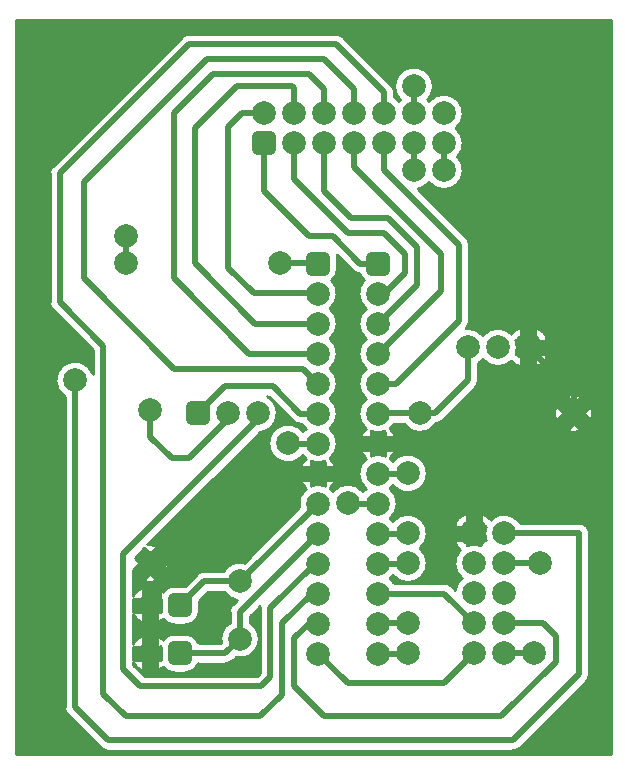
<source format=gbr>
G04 Generated by Ultiboard 14.0 *
%FSLAX34Y34*%
%MOMM*%

%ADD10C,0.0001*%
%ADD11C,0.2540*%
%ADD12C,0.5000*%
%ADD13C,2.0000*%
%ADD14R,1.0051X1.0051*%
%ADD15C,0.9949*%


G04 ColorRGB 0000FF for the following layer *
%LNCopper Bottom*%
%LPD*%
G54D10*
G36*
X232360Y371971D02*
X232360Y371971D01*
X232360Y993700D01*
X735386Y993700D01*
X735386Y371971D01*
X232360Y371971D01*
D02*
G37*
%LPC*%
G36*
X652774Y374728D02*
G75*
D01*
G03X654326Y374864I10J8812*
G01*
G74*
D01*
G03X659019Y377317I1547J8675*
G01*
X659019Y377317D01*
X714883Y433181D01*
G75*
D01*
G03X717472Y439420I-6222J6239*
G01*
X717472Y439420D01*
X717472Y558800D01*
G74*
D01*
G03X708660Y567612I8812J0*
G01*
X708660Y567612D01*
X658837Y567612D01*
G75*
D01*
G03X633882Y570527I-13677J-8810*
G01*
G74*
D01*
G03X625549Y575099I9097J6701*
G01*
X625549Y575099D01*
X625549Y564589D01*
X629955Y564589D01*
G75*
D01*
G03X629955Y553011I15204J-5789*
G01*
X629955Y553011D01*
X625549Y553011D01*
X625549Y548605D01*
G75*
D01*
G03X613971Y548605I-5789J-15204*
G01*
X613971Y548605D01*
X613971Y553011D01*
X603461Y553011D01*
G74*
D01*
G03X608033Y544678I11273J764*
G01*
G75*
D01*
G03X609590Y520700I11727J-11278*
G01*
G74*
D01*
G03X603778Y511045I10171J12699*
G01*
X603778Y511045D01*
X600759Y514063D01*
G74*
D01*
G03X594520Y516652I6239J6222*
G01*
X594520Y516652D01*
X552157Y516652D01*
G74*
D01*
G03X548650Y520540I13677J8811*
G01*
G74*
D01*
G03X551244Y523151I10171J12699*
G01*
G75*
D01*
G03X574050Y546100I12629J10256*
G01*
G75*
D01*
G03X551116Y568889I-10170J12700*
G01*
G74*
D01*
G03X548650Y571340I12636J10247*
G01*
G75*
D01*
G03X548650Y596740I-10170J12700*
G01*
G74*
D01*
G03X551244Y599351I10171J12699*
G01*
G75*
D01*
G03X551116Y619689I12635J10249*
G01*
G74*
D01*
G03X548650Y622140I12636J10247*
G01*
G74*
D01*
G03X553693Y629071I10170J12700*
G01*
X553693Y629071D01*
X544250Y629071D01*
X544250Y624653D01*
G75*
D01*
G03X532711Y624653I-5769J-15213*
G01*
X532711Y624653D01*
X532711Y629071D01*
X523267Y629071D01*
G74*
D01*
G03X528310Y622140I15213J5769*
G01*
G75*
D01*
G03X528310Y596740I10170J-12700*
G01*
G74*
D01*
G03X525844Y594289I10171J12699*
G01*
G75*
D01*
G03X500316Y594289I-12764J-10088*
G01*
G74*
D01*
G03X497850Y596740I12636J10247*
G01*
G74*
D01*
G03X502893Y603671I10170J12700*
G01*
X502893Y603671D01*
X493450Y603671D01*
X493450Y599253D01*
G75*
D01*
G03X481911Y599253I-5769J-15213*
G01*
X481911Y599253D01*
X481911Y603671D01*
X472467Y603671D01*
G74*
D01*
G03X477510Y596740I15213J5769*
G01*
G75*
D01*
G03X471750Y580732I10170J-12700*
G01*
X471750Y580732D01*
X425080Y534062D01*
G75*
D01*
G03X407963Y526972I-3441J-15901*
G01*
X407963Y526972D01*
X391160Y526972D01*
G75*
D01*
G03X389285Y526771I-4J-8812*
G01*
G74*
D01*
G03X384929Y524391I1876J8610*
G01*
X384929Y524391D01*
X374702Y514164D01*
X365815Y514164D01*
G75*
D01*
G03X356718Y509567I0J-11299*
G01*
G74*
D01*
G03X351210Y513053I11279J11726*
G01*
X351210Y513053D01*
X351210Y503610D01*
X354540Y503610D01*
G74*
D01*
G03X354516Y502865I11275J736*
G01*
X354516Y502865D01*
X354516Y492815D01*
G75*
D01*
G03X354540Y492071I11299J-8*
G01*
X354540Y492071D01*
X351210Y492071D01*
X351210Y482627D01*
G74*
D01*
G03X356718Y486113I5771J15212*
G01*
G75*
D01*
G03X365815Y481516I9097J6702*
G01*
X365815Y481516D01*
X375865Y481516D01*
G75*
D01*
G03X387164Y492815I0J11299*
G01*
X387164Y492815D01*
X387164Y501702D01*
X394810Y509348D01*
X407963Y509348D01*
G74*
D01*
G03X418730Y502152I13677J8811*
G01*
X418730Y502152D01*
X415409Y498831D01*
G75*
D01*
G03X412828Y492588I6230J-6231*
G01*
X412828Y492588D01*
X412828Y483153D01*
G75*
D01*
G03X405738Y466037I8811J-13676*
G01*
X405738Y466037D01*
X405713Y466012D01*
X386511Y466012D01*
G74*
D01*
G03X375865Y473524I10645J3787*
G01*
X375865Y473524D01*
X365815Y473524D01*
G75*
D01*
G03X356718Y468927I0J-11299*
G01*
G74*
D01*
G03X351210Y472413I11279J11726*
G01*
X351210Y472413D01*
X351210Y462970D01*
X354540Y462970D01*
G74*
D01*
G03X354516Y462225I11275J736*
G01*
X354516Y462225D01*
X354516Y452175D01*
G75*
D01*
G03X354540Y451431I11299J-8*
G01*
X354540Y451431D01*
X351210Y451431D01*
X351210Y441987D01*
G74*
D01*
G03X356718Y445473I5771J15212*
G01*
G75*
D01*
G03X365815Y440876I9097J6702*
G01*
X365815Y440876D01*
X375865Y440876D01*
G74*
D01*
G03X386511Y448388I1J11299*
G01*
X386511Y448388D01*
X409361Y448388D01*
G75*
D01*
G03X409643Y448392I16J8812*
G01*
G74*
D01*
G03X415603Y450977I279J8808*
G01*
X415603Y450977D01*
X418200Y453574D01*
G75*
D01*
G03X430452Y483153I3439J15902*
G01*
X430452Y483153D01*
X430452Y488950D01*
X438368Y496865D01*
G75*
D01*
G03X438228Y495283I8672J-1565*
G01*
X438228Y495283D01*
X438228Y440530D01*
X435770Y438072D01*
X341034Y438072D01*
X331392Y447714D01*
X331392Y448992D01*
G74*
D01*
G03X339671Y441987I14048J8208*
G01*
X339671Y441987D01*
X339671Y451431D01*
X331392Y451431D01*
X331392Y462970D01*
X339671Y462970D01*
X339671Y472413D01*
G74*
D01*
G03X331392Y465408I5769J15213*
G01*
X331392Y465408D01*
X331392Y489632D01*
G74*
D01*
G03X339671Y482627I14048J8208*
G01*
X339671Y482627D01*
X339671Y492071D01*
X331392Y492071D01*
X331392Y503610D01*
X339671Y503610D01*
X339671Y513053D01*
G74*
D01*
G03X331392Y506048I5769J15213*
G01*
X331392Y506048D01*
X331392Y527512D01*
X337281Y533400D01*
X332352Y538329D01*
X340511Y546488D01*
X345440Y541559D01*
X352117Y548237D01*
G75*
D01*
G03X343587Y549564I-6676J-14837*
G01*
X343587Y549564D01*
X393393Y599370D01*
X438207Y644184D01*
G75*
D01*
G03X445088Y674448I-1326J16216*
G01*
X445088Y674448D01*
X445930Y674448D01*
X459759Y660618D01*
X466369Y654009D01*
G75*
D01*
G03X472605Y651428I6231J6230*
G01*
X472605Y651428D01*
X474003Y651428D01*
G74*
D01*
G03X477510Y647540I13677J8811*
G01*
G74*
D01*
G03X475044Y645089I10171J12699*
G01*
G75*
D01*
G03X474916Y624751I-12763J-10089*
G01*
G74*
D01*
G03X477510Y622140I12764J10087*
G01*
G74*
D01*
G03X472467Y615210I10169J12700*
G01*
X472467Y615210D01*
X481911Y615210D01*
X481911Y619627D01*
G75*
D01*
G03X493450Y619627I5770J15213*
G01*
X493450Y619627D01*
X493450Y615210D01*
X502893Y615210D01*
G74*
D01*
G03X497850Y622140I15212J5770*
G01*
G75*
D01*
G03X497850Y647540I-10170J12700*
G01*
G75*
D01*
G03X497850Y672940I-10170J12700*
G01*
G75*
D01*
G03X497850Y698340I-10170J12700*
G01*
G75*
D01*
G03X497850Y723740I-10170J12700*
G01*
G75*
D01*
G03X497850Y749140I-10170J12700*
G01*
G75*
D01*
G03X499407Y773118I-10170J12700*
G01*
G75*
D01*
G03X504004Y782215I-6702J9097*
G01*
X504004Y782215D01*
X504004Y792265D01*
G74*
D01*
G03X503807Y794371I11299J5*
G01*
X503807Y794371D01*
X517169Y781009D01*
G74*
D01*
G03X522802Y778448I6231J6230*
G01*
G74*
D01*
G03X526753Y773118I10653J3767*
G01*
G75*
D01*
G03X528310Y749140I11727J-11278*
G01*
G75*
D01*
G03X528310Y723740I10170J-12700*
G01*
G75*
D01*
G03X528310Y698340I10170J-12700*
G01*
G75*
D01*
G03X528310Y672940I10170J-12700*
G01*
G75*
D01*
G03X528310Y647540I10170J-12700*
G01*
G74*
D01*
G03X523267Y640610I10169J12700*
G01*
X523267Y640610D01*
X532711Y640610D01*
X532711Y645027D01*
G75*
D01*
G03X544250Y645027I5770J15213*
G01*
X544250Y645027D01*
X544250Y640610D01*
X553693Y640610D01*
G74*
D01*
G03X548650Y647540I15212J5770*
G01*
G74*
D01*
G03X552259Y651588I10170J12700*
G01*
X552259Y651588D01*
X560363Y651588D01*
G75*
D01*
G03X587754Y651646I13677J8810*
G01*
G74*
D01*
G03X592979Y654177I1015J8753*
G01*
X592979Y654177D01*
X620903Y682101D01*
G75*
D01*
G03X623492Y688340I-6222J6239*
G01*
X623492Y688340D01*
X623492Y702603D01*
G74*
D01*
G03X627380Y706110I8811J13677*
G01*
G75*
D01*
G03X651358Y704553I12700J10170*
G01*
G74*
D01*
G03X659691Y699981I9097J6701*
G01*
X659691Y699981D01*
X659691Y710491D01*
X655285Y710491D01*
G75*
D01*
G03X655285Y722069I-15204J5789*
G01*
X655285Y722069D01*
X659691Y722069D01*
X659691Y732579D01*
G74*
D01*
G03X651358Y728007I764J11273*
G01*
G75*
D01*
G03X627380Y726450I-11278J-11727*
G01*
G75*
D01*
G03X613006Y732464I-12700J-10170*
G01*
X613006Y732464D01*
X613283Y732741D01*
G75*
D01*
G03X615872Y738980I-6222J6239*
G01*
X615872Y738980D01*
X615872Y803144D01*
G74*
D01*
G03X613283Y809383I8812J0*
G01*
X613283Y809383D01*
X583296Y839370D01*
X572423Y850243D01*
G74*
D01*
G03X581660Y855970I3462J15896*
G01*
G75*
D01*
G03X605939Y877570I12698J10172*
G01*
G75*
D01*
G03X604530Y901700I-11579J11430*
G01*
G75*
D01*
G03X581660Y924570I-10171J12699*
G01*
G74*
D01*
G03X580539Y925830I12700J10170*
G01*
G75*
D01*
G03X557381Y925830I-11579J11430*
G01*
G74*
D01*
G03X556260Y924570I11579J11430*
G01*
G74*
D01*
G03X552372Y928077I12699J10170*
G01*
X552372Y928077D01*
X552372Y932180D01*
G74*
D01*
G03X549783Y938419I8812J0*
G01*
X549783Y938419D01*
X509159Y979043D01*
G74*
D01*
G03X503170Y981629I6239J6221*
G01*
G75*
D01*
G03X502918Y981632I-231J-8809*
G01*
X502918Y981632D01*
X378460Y981632D01*
G75*
D01*
G03X377090Y981525I-1J-8812*
G01*
G74*
D01*
G03X372229Y979051I1370J8705*
G01*
X372229Y979051D01*
X263009Y869831D01*
G75*
D01*
G03X260428Y863584I6230J-6231*
G01*
X260428Y863584D01*
X260428Y754392D01*
G75*
D01*
G03X263009Y748149I8812J-12*
G01*
X263009Y748149D01*
X297258Y713900D01*
X297258Y693825D01*
G75*
D01*
G03X273128Y674663I-15317J-5485*
G01*
X273128Y674663D01*
X273128Y411496D01*
G75*
D01*
G03X275709Y405249I8812J-16*
G01*
X275709Y405249D01*
X303649Y377309D01*
G74*
D01*
G03X308178Y374894I6230J6230*
G01*
G75*
D01*
G03X309880Y374728I1702J8645*
G01*
X309880Y374728D01*
X652774Y374728D01*
D02*
G37*
G36*
X699759Y657817D02*
G75*
D01*
G03X699759Y657817I4281J2583*
G01*
D02*
G37*
G36*
X697363Y645563D02*
G75*
D01*
G03X710717Y645563I6677J14837*
G01*
X710717Y645563D01*
X704040Y652241D01*
X699796Y647996D01*
X699759Y647960D01*
X697363Y645563D01*
D02*
G37*
G36*
X697363Y675237D02*
X697363Y675237D01*
X704040Y668559D01*
X710717Y675237D01*
G75*
D01*
G03X697363Y675237I-6677J-14837*
G01*
D02*
G37*
G36*
X718877Y667077D02*
X718877Y667077D01*
X712199Y660400D01*
X718877Y653723D01*
G75*
D01*
G03X718877Y667077I-14837J6677*
G01*
D02*
G37*
G36*
X613971Y575099D02*
G74*
D01*
G03X603461Y564589I763J11273*
G01*
X603461Y564589D01*
X613971Y564589D01*
X613971Y575099D01*
D02*
G37*
G36*
X614760Y558800D02*
G75*
D01*
G03X614760Y558800I5000J0*
G01*
D02*
G37*
G36*
X340440Y457200D02*
G75*
D01*
G03X340440Y457200I5000J0*
G01*
D02*
G37*
G36*
X340440Y497840D02*
G75*
D01*
G03X340440Y497840I5000J0*
G01*
D02*
G37*
G36*
X352117Y518563D02*
X352117Y518563D01*
X345440Y525241D01*
X338763Y518563D01*
G75*
D01*
G03X352117Y518563I6677J14837*
G01*
D02*
G37*
G36*
X360277Y540077D02*
X360277Y540077D01*
X353599Y533400D01*
X360277Y526723D01*
G75*
D01*
G03X360277Y540077I-14837J6677*
G01*
D02*
G37*
G36*
X340440Y533400D02*
G75*
D01*
G03X340440Y533400I5000J0*
G01*
D02*
G37*
G36*
X681779Y722069D02*
G74*
D01*
G03X671269Y732579I11273J763*
G01*
X671269Y732579D01*
X671269Y722069D01*
X681779Y722069D01*
D02*
G37*
G36*
X660480Y716280D02*
G75*
D01*
G03X660480Y716280I5000J0*
G01*
D02*
G37*
G36*
X671269Y699981D02*
G74*
D01*
G03X681779Y710491I763J11273*
G01*
X681779Y710491D01*
X671269Y710491D01*
X671269Y699981D01*
D02*
G37*
G36*
X689203Y667077D02*
G75*
D01*
G03X689203Y653723I14837J-6677*
G01*
X689203Y653723D01*
X695881Y660400D01*
X689203Y667077D01*
D02*
G37*
G36*
X533480Y634840D02*
G75*
D01*
G03X533480Y634840I5000J0*
G01*
D02*
G37*
G36*
X482680Y609440D02*
G75*
D01*
G03X482680Y609440I5000J0*
G01*
D02*
G37*
%LPD*%
G54D11*
X652774Y374728D02*
G75*
D01*
G03X654326Y374864I10J8812*
G01*
G74*
D01*
G03X659019Y377317I1547J8675*
G01*
X714883Y433181D01*
G75*
D01*
G03X717472Y439420I-6222J6239*
G01*
X717472Y558800D01*
G74*
D01*
G03X708660Y567612I8812J0*
G01*
X658837Y567612D01*
G75*
D01*
G03X633882Y570527I-13677J-8810*
G01*
G74*
D01*
G03X625549Y575099I9097J6701*
G01*
X625549Y564589D01*
X629955Y564589D01*
G75*
D01*
G03X629955Y553011I15204J-5789*
G01*
X625549Y553011D01*
X625549Y548605D01*
G75*
D01*
G03X613971Y548605I-5789J-15204*
G01*
X613971Y553011D01*
X603461Y553011D01*
G74*
D01*
G03X608033Y544678I11273J764*
G01*
G75*
D01*
G03X609590Y520700I11727J-11278*
G01*
G74*
D01*
G03X603778Y511045I10171J12699*
G01*
X600759Y514063D01*
G74*
D01*
G03X594520Y516652I6239J6222*
G01*
X552157Y516652D01*
G74*
D01*
G03X548650Y520540I13677J8811*
G01*
G74*
D01*
G03X551244Y523151I10171J12699*
G01*
G75*
D01*
G03X574050Y546100I12629J10256*
G01*
G75*
D01*
G03X551116Y568889I-10170J12700*
G01*
G74*
D01*
G03X548650Y571340I12636J10247*
G01*
G75*
D01*
G03X548650Y596740I-10170J12700*
G01*
G74*
D01*
G03X551244Y599351I10171J12699*
G01*
G75*
D01*
G03X551116Y619689I12635J10249*
G01*
G74*
D01*
G03X548650Y622140I12636J10247*
G01*
G74*
D01*
G03X553693Y629071I10170J12700*
G01*
X544250Y629071D01*
X544250Y624653D01*
G75*
D01*
G03X532711Y624653I-5769J-15213*
G01*
X532711Y629071D01*
X523267Y629071D01*
G74*
D01*
G03X528310Y622140I15213J5769*
G01*
G75*
D01*
G03X528310Y596740I10170J-12700*
G01*
G74*
D01*
G03X525844Y594289I10171J12699*
G01*
G75*
D01*
G03X500316Y594289I-12764J-10088*
G01*
G74*
D01*
G03X497850Y596740I12636J10247*
G01*
G74*
D01*
G03X502893Y603671I10170J12700*
G01*
X493450Y603671D01*
X493450Y599253D01*
G75*
D01*
G03X481911Y599253I-5769J-15213*
G01*
X481911Y603671D01*
X472467Y603671D01*
G74*
D01*
G03X477510Y596740I15213J5769*
G01*
G75*
D01*
G03X471750Y580732I10170J-12700*
G01*
X425080Y534062D01*
G75*
D01*
G03X407963Y526972I-3441J-15901*
G01*
X391160Y526972D01*
G75*
D01*
G03X389285Y526771I-4J-8812*
G01*
G74*
D01*
G03X384929Y524391I1876J8610*
G01*
X374702Y514164D01*
X365815Y514164D01*
G75*
D01*
G03X356718Y509567I0J-11299*
G01*
G74*
D01*
G03X351210Y513053I11279J11726*
G01*
X351210Y503610D01*
X354540Y503610D01*
G74*
D01*
G03X354516Y502865I11275J736*
G01*
X354516Y492815D01*
G75*
D01*
G03X354540Y492071I11299J-8*
G01*
X351210Y492071D01*
X351210Y482627D01*
G74*
D01*
G03X356718Y486113I5771J15212*
G01*
G75*
D01*
G03X365815Y481516I9097J6702*
G01*
X375865Y481516D01*
G75*
D01*
G03X387164Y492815I0J11299*
G01*
X387164Y501702D01*
X394810Y509348D01*
X407963Y509348D01*
G74*
D01*
G03X418730Y502152I13677J8811*
G01*
X415409Y498831D01*
G75*
D01*
G03X412828Y492588I6230J-6231*
G01*
X412828Y483153D01*
G75*
D01*
G03X405738Y466037I8811J-13676*
G01*
X405713Y466012D01*
X386511Y466012D01*
G74*
D01*
G03X375865Y473524I10645J3787*
G01*
X365815Y473524D01*
G75*
D01*
G03X356718Y468927I0J-11299*
G01*
G74*
D01*
G03X351210Y472413I11279J11726*
G01*
X351210Y462970D01*
X354540Y462970D01*
G74*
D01*
G03X354516Y462225I11275J736*
G01*
X354516Y452175D01*
G75*
D01*
G03X354540Y451431I11299J-8*
G01*
X351210Y451431D01*
X351210Y441987D01*
G74*
D01*
G03X356718Y445473I5771J15212*
G01*
G75*
D01*
G03X365815Y440876I9097J6702*
G01*
X375865Y440876D01*
G74*
D01*
G03X386511Y448388I1J11299*
G01*
X409361Y448388D01*
G75*
D01*
G03X409643Y448392I16J8812*
G01*
G74*
D01*
G03X415603Y450977I279J8808*
G01*
X418200Y453574D01*
G75*
D01*
G03X430452Y483153I3439J15902*
G01*
X430452Y488950D01*
X438368Y496865D01*
G75*
D01*
G03X438228Y495283I8672J-1565*
G01*
X438228Y440530D01*
X435770Y438072D01*
X341034Y438072D01*
X331392Y447714D01*
X331392Y448992D01*
G74*
D01*
G03X339671Y441987I14048J8208*
G01*
X339671Y451431D01*
X331392Y451431D01*
X331392Y462970D01*
X339671Y462970D01*
X339671Y472413D01*
G74*
D01*
G03X331392Y465408I5769J15213*
G01*
X331392Y489632D01*
G74*
D01*
G03X339671Y482627I14048J8208*
G01*
X339671Y492071D01*
X331392Y492071D01*
X331392Y503610D01*
X339671Y503610D01*
X339671Y513053D01*
G74*
D01*
G03X331392Y506048I5769J15213*
G01*
X331392Y527512D01*
X337281Y533400D01*
X332352Y538329D01*
X340511Y546488D01*
X345440Y541559D01*
X352117Y548237D01*
G75*
D01*
G03X343587Y549564I-6676J-14837*
G01*
X393393Y599370D01*
X438207Y644184D01*
G75*
D01*
G03X445088Y674448I-1326J16216*
G01*
X445930Y674448D01*
X459759Y660618D01*
X466369Y654009D01*
G75*
D01*
G03X472605Y651428I6231J6230*
G01*
X474003Y651428D01*
G74*
D01*
G03X477510Y647540I13677J8811*
G01*
G74*
D01*
G03X475044Y645089I10171J12699*
G01*
G75*
D01*
G03X474916Y624751I-12763J-10089*
G01*
G74*
D01*
G03X477510Y622140I12764J10087*
G01*
G74*
D01*
G03X472467Y615210I10169J12700*
G01*
X481911Y615210D01*
X481911Y619627D01*
G75*
D01*
G03X493450Y619627I5770J15213*
G01*
X493450Y615210D01*
X502893Y615210D01*
G74*
D01*
G03X497850Y622140I15212J5770*
G01*
G75*
D01*
G03X497850Y647540I-10170J12700*
G01*
G75*
D01*
G03X497850Y672940I-10170J12700*
G01*
G75*
D01*
G03X497850Y698340I-10170J12700*
G01*
G75*
D01*
G03X497850Y723740I-10170J12700*
G01*
G75*
D01*
G03X497850Y749140I-10170J12700*
G01*
G75*
D01*
G03X499407Y773118I-10170J12700*
G01*
G75*
D01*
G03X504004Y782215I-6702J9097*
G01*
X504004Y792265D01*
G74*
D01*
G03X503807Y794371I11299J5*
G01*
X517169Y781009D01*
G74*
D01*
G03X522802Y778448I6231J6230*
G01*
G74*
D01*
G03X526753Y773118I10653J3767*
G01*
G75*
D01*
G03X528310Y749140I11727J-11278*
G01*
G75*
D01*
G03X528310Y723740I10170J-12700*
G01*
G75*
D01*
G03X528310Y698340I10170J-12700*
G01*
G75*
D01*
G03X528310Y672940I10170J-12700*
G01*
G75*
D01*
G03X528310Y647540I10170J-12700*
G01*
G74*
D01*
G03X523267Y640610I10169J12700*
G01*
X532711Y640610D01*
X532711Y645027D01*
G75*
D01*
G03X544250Y645027I5770J15213*
G01*
X544250Y640610D01*
X553693Y640610D01*
G74*
D01*
G03X548650Y647540I15212J5770*
G01*
G74*
D01*
G03X552259Y651588I10170J12700*
G01*
X560363Y651588D01*
G75*
D01*
G03X587754Y651646I13677J8810*
G01*
G74*
D01*
G03X592979Y654177I1015J8753*
G01*
X620903Y682101D01*
G75*
D01*
G03X623492Y688340I-6222J6239*
G01*
X623492Y702603D01*
G74*
D01*
G03X627380Y706110I8811J13677*
G01*
G75*
D01*
G03X651358Y704553I12700J10170*
G01*
G74*
D01*
G03X659691Y699981I9097J6701*
G01*
X659691Y710491D01*
X655285Y710491D01*
G75*
D01*
G03X655285Y722069I-15204J5789*
G01*
X659691Y722069D01*
X659691Y732579D01*
G74*
D01*
G03X651358Y728007I764J11273*
G01*
G75*
D01*
G03X627380Y726450I-11278J-11727*
G01*
G75*
D01*
G03X613006Y732464I-12700J-10170*
G01*
X613283Y732741D01*
G75*
D01*
G03X615872Y738980I-6222J6239*
G01*
X615872Y803144D01*
G74*
D01*
G03X613283Y809383I8812J0*
G01*
X583296Y839370D01*
X572423Y850243D01*
G74*
D01*
G03X581660Y855970I3462J15896*
G01*
G75*
D01*
G03X605939Y877570I12698J10172*
G01*
G75*
D01*
G03X604530Y901700I-11579J11430*
G01*
G75*
D01*
G03X581660Y924570I-10171J12699*
G01*
G74*
D01*
G03X580539Y925830I12700J10170*
G01*
G75*
D01*
G03X557381Y925830I-11579J11430*
G01*
G74*
D01*
G03X556260Y924570I11579J11430*
G01*
G74*
D01*
G03X552372Y928077I12699J10170*
G01*
X552372Y932180D01*
G74*
D01*
G03X549783Y938419I8812J0*
G01*
X509159Y979043D01*
G74*
D01*
G03X503170Y981629I6239J6221*
G01*
G75*
D01*
G03X502918Y981632I-231J-8809*
G01*
X378460Y981632D01*
G75*
D01*
G03X377090Y981525I-1J-8812*
G01*
G74*
D01*
G03X372229Y979051I1370J8705*
G01*
X263009Y869831D01*
G75*
D01*
G03X260428Y863584I6230J-6231*
G01*
X260428Y754392D01*
G75*
D01*
G03X263009Y748149I8812J-12*
G01*
X297258Y713900D01*
X297258Y693825D01*
G75*
D01*
G03X273128Y674663I-15317J-5485*
G01*
X273128Y411496D01*
G75*
D01*
G03X275709Y405249I8812J-16*
G01*
X303649Y377309D01*
G74*
D01*
G03X308178Y374894I6230J6230*
G01*
G75*
D01*
G03X309880Y374728I1702J8645*
G01*
X652774Y374728D01*
X699759Y657817D02*
G75*
D01*
G03X699759Y657817I4281J2583*
G01*
X697363Y645563D02*
G75*
D01*
G03X710717Y645563I6677J14837*
G01*
X704040Y652241D01*
X699796Y647996D01*
X699759Y647960D01*
X697363Y645563D01*
X697363Y675237D02*
X704040Y668559D01*
X710717Y675237D01*
G75*
D01*
G03X697363Y675237I-6677J-14837*
G01*
X718877Y667077D02*
X712199Y660400D01*
X718877Y653723D01*
G75*
D01*
G03X718877Y667077I-14837J6677*
G01*
X613971Y575099D02*
G74*
D01*
G03X603461Y564589I763J11273*
G01*
X613971Y564589D01*
X613971Y575099D01*
X614760Y558800D02*
G75*
D01*
G03X614760Y558800I5000J0*
G01*
X340440Y457200D02*
G75*
D01*
G03X340440Y457200I5000J0*
G01*
X340440Y497840D02*
G75*
D01*
G03X340440Y497840I5000J0*
G01*
X352117Y518563D02*
X345440Y525241D01*
X338763Y518563D01*
G75*
D01*
G03X352117Y518563I6677J14837*
G01*
X360277Y540077D02*
X353599Y533400D01*
X360277Y526723D01*
G75*
D01*
G03X360277Y540077I-14837J6677*
G01*
X340440Y533400D02*
G75*
D01*
G03X340440Y533400I5000J0*
G01*
X681779Y722069D02*
G74*
D01*
G03X671269Y732579I11273J763*
G01*
X671269Y722069D01*
X681779Y722069D01*
X660480Y716280D02*
G75*
D01*
G03X660480Y716280I5000J0*
G01*
X671269Y699981D02*
G74*
D01*
G03X681779Y710491I763J11273*
G01*
X671269Y710491D01*
X671269Y699981D01*
X689203Y667077D02*
G75*
D01*
G03X689203Y653723I14837J-6677*
G01*
X695881Y660400D01*
X689203Y667077D01*
X533480Y634840D02*
G75*
D01*
G03X533480Y634840I5000J0*
G01*
X482680Y609440D02*
G75*
D01*
G03X482680Y609440I5000J0*
G01*
X232360Y371971D02*
X232360Y993700D01*
X735386Y993700D01*
X735386Y371971D01*
X232360Y371971D01*
G54D12*
X568960Y937260D02*
X568960Y914400D01*
X670560Y457200D02*
X645160Y457200D01*
X563880Y482600D02*
X538480Y482600D01*
X429420Y711040D02*
X487680Y711040D01*
X465896Y937260D02*
X419100Y937260D01*
X434500Y736440D02*
X487680Y736440D01*
X441960Y914400D02*
X423105Y914400D01*
X411480Y902776D01*
X411480Y783784D01*
X433265Y762000D01*
X487520Y762000D01*
X480060Y947420D02*
X398780Y947420D01*
X383540Y901700D02*
X383540Y787400D01*
X434500Y736440D01*
X419100Y937260D02*
X383540Y901700D01*
X479900Y482440D02*
X467360Y469900D01*
X487680Y482440D02*
X479900Y482440D01*
X467360Y469900D02*
X467360Y429260D01*
X492760Y403860D01*
X642620Y403860D01*
X689084Y450324D01*
X689084Y471696D01*
X678180Y482600D01*
X645160Y482600D01*
X467360Y889000D02*
X467360Y858520D01*
X513080Y812800D01*
X543560Y812800D01*
X561340Y795020D01*
X561340Y779620D01*
X543560Y761840D01*
X538480Y761840D01*
X492760Y889000D02*
X492760Y848360D01*
X515620Y825500D01*
X547198Y825500D01*
X571500Y801198D01*
X571500Y769460D01*
X538480Y736440D01*
X467360Y914400D02*
X467360Y935796D01*
X465896Y937260D02*
X467360Y935796D01*
X591820Y764380D02*
X538480Y711040D01*
X591820Y795020D02*
X591820Y764380D01*
X518160Y868680D02*
X591820Y795020D01*
X518160Y889000D02*
X518160Y868680D01*
X553720Y685640D02*
X538480Y685640D01*
X607060Y738980D02*
X553720Y685640D01*
X607060Y803144D02*
X607060Y738980D01*
X543560Y866644D02*
X607060Y803144D01*
X543560Y889000D02*
X543560Y866644D01*
X594360Y889000D02*
X594360Y866140D01*
X538480Y457040D02*
X563720Y457040D01*
X568960Y889000D02*
X568960Y866140D01*
X538480Y609440D02*
X563720Y609440D01*
X455120Y787400D02*
X487520Y787400D01*
X345440Y663400D02*
X345440Y640824D01*
X363964Y622300D02*
X345440Y640824D01*
X363964Y622300D02*
X378460Y622300D01*
X411480Y655320D01*
X411480Y660400D01*
X472600Y660240D02*
X487680Y660240D01*
X449580Y683260D02*
X472600Y660240D01*
X408940Y683260D02*
X449580Y683260D01*
X386080Y660400D02*
X408940Y683260D01*
X512920Y431800D02*
X487680Y457040D01*
X594360Y431800D02*
X512920Y431800D01*
X619760Y457200D02*
X594360Y431800D01*
X421640Y518160D02*
X487520Y584040D01*
X391160Y518160D02*
X421640Y518160D01*
X370840Y497840D02*
X391160Y518160D01*
X421640Y492600D02*
X487680Y558640D01*
X421640Y469477D02*
X421640Y492600D01*
X409363Y457200D02*
X421640Y469477D01*
X370840Y457200D02*
X409363Y457200D01*
X594520Y507840D02*
X538480Y507840D01*
X594520Y507840D02*
X619760Y482600D01*
X538480Y533240D02*
X563720Y533240D01*
X645160Y533400D02*
X675640Y533400D01*
X538480Y558640D02*
X563720Y558640D01*
X281940Y688340D02*
X281940Y411480D01*
X474980Y698340D02*
X487680Y685640D01*
X365920Y698340D02*
X474980Y698340D01*
X289560Y774700D02*
X365920Y698340D01*
X289560Y774700D02*
X289560Y855980D01*
X393700Y960120D02*
X289560Y855980D01*
X492760Y960120D02*
X393700Y960120D01*
X518160Y934720D02*
X492760Y960120D01*
X518160Y914400D02*
X518160Y934720D01*
X365760Y914400D02*
X365760Y774700D01*
X429420Y711040D01*
X398780Y947420D02*
X365760Y914400D01*
X492760Y914400D02*
X492760Y934720D01*
X480060Y947420D01*
X482440Y507840D02*
X457200Y482600D01*
X487680Y507840D02*
X482440Y507840D01*
X457200Y482600D02*
X457200Y422384D01*
X438676Y403860D02*
X457200Y422384D01*
X438676Y403860D02*
X325120Y403860D01*
X306070Y422910D02*
X325120Y403860D01*
X306070Y717550D02*
X306070Y422910D01*
X269240Y754380D02*
X306070Y717550D01*
X269240Y863600D02*
X269240Y754380D01*
X378460Y972820D02*
X269240Y863600D01*
X502920Y972820D02*
X378460Y972820D01*
X543560Y932180D02*
X502920Y972820D01*
X543560Y914400D02*
X543560Y932180D01*
X487680Y634840D02*
X462440Y634840D01*
X325120Y787400D02*
X325120Y810260D01*
X309880Y383540D02*
X281940Y411480D01*
X652780Y383540D02*
X309880Y383540D01*
X538480Y584040D02*
X513240Y584040D01*
X708660Y439420D02*
X652780Y383540D01*
X708660Y558800D02*
X708660Y439420D01*
X645160Y558800D02*
X708660Y558800D01*
X484980Y533240D02*
X447040Y495300D01*
X487680Y533240D02*
X484980Y533240D01*
X447040Y495300D02*
X447040Y436880D01*
X439420Y429260D01*
X337384Y429260D01*
X322580Y444064D01*
X322580Y541020D01*
X436880Y655320D01*
X436880Y660400D01*
X586740Y660400D02*
X538640Y660400D01*
X586740Y660400D02*
X614680Y688340D01*
X614680Y716280D01*
X441960Y889000D02*
X441960Y848360D01*
X480060Y810260D01*
X500380Y810260D01*
X523400Y787240D01*
X538480Y787240D01*
X435783Y609600D02*
X487520Y609600D01*
X487680Y609440D02*
X500380Y609440D01*
X359583Y533400D02*
X435783Y609600D01*
X500380Y609440D02*
X525780Y634840D01*
X359583Y533400D02*
X345440Y533400D01*
X525780Y634840D02*
X678480Y634840D01*
X353060Y525780D02*
X345440Y533400D01*
X619760Y558800D02*
X619760Y634840D01*
X678480Y634840D02*
X704040Y660400D01*
X353060Y525780D02*
X353060Y505460D01*
X704040Y677720D02*
X704040Y660400D01*
X353060Y505460D02*
X345440Y497840D01*
X665480Y716280D02*
X704040Y677720D01*
X345440Y497840D02*
X345440Y457200D01*
G54D13*
X421640Y518160D03*
X421640Y469477D03*
X704040Y660400D03*
X574040Y660400D03*
X345440Y663400D03*
X345440Y533400D03*
X455120Y787400D03*
X325120Y787400D03*
X345440Y457200D03*
X345440Y497840D03*
X467360Y914400D03*
X467360Y889000D03*
X441960Y914400D03*
X543560Y914400D03*
X543560Y889000D03*
X518160Y914400D03*
X518160Y889000D03*
X492760Y914400D03*
X492760Y889000D03*
X594360Y914400D03*
X594360Y889000D03*
X568960Y914400D03*
X568960Y889000D03*
X640080Y716280D03*
X614680Y716280D03*
X645160Y508000D03*
X619760Y508000D03*
X645160Y558800D03*
X645160Y533400D03*
X619760Y533400D03*
X619760Y457200D03*
X645160Y457200D03*
X645160Y482600D03*
X619760Y482600D03*
X538480Y507840D03*
X538480Y660240D03*
X538480Y736440D03*
X538480Y761840D03*
X538480Y711040D03*
X538480Y685640D03*
X538480Y584040D03*
X538480Y634840D03*
X538480Y609440D03*
X538480Y533240D03*
X538480Y558640D03*
X538480Y457040D03*
X538480Y482440D03*
X487680Y507840D03*
X487680Y660240D03*
X487680Y736440D03*
X487680Y761840D03*
X487680Y711040D03*
X487680Y685640D03*
X487680Y584040D03*
X487680Y634840D03*
X487680Y609440D03*
X487680Y533240D03*
X487680Y558640D03*
X487680Y457040D03*
X487680Y482440D03*
X411480Y660400D03*
X436880Y660400D03*
X563880Y482600D03*
X594360Y866140D03*
X563880Y457200D03*
X568960Y937260D03*
X568960Y866140D03*
X563880Y609600D03*
X563880Y533400D03*
X675640Y533400D03*
X563880Y558800D03*
X670560Y457200D03*
X462280Y635000D03*
X325120Y810260D03*
X281940Y688340D03*
X513080Y584200D03*
G54D14*
X370840Y457200D03*
X370840Y497840D03*
X441960Y889000D03*
X665480Y716280D03*
X619760Y558800D03*
X538480Y787240D03*
X487680Y787240D03*
X386080Y660400D03*
G54D15*
X365815Y452175D02*
X375865Y452175D01*
X375865Y462225D01*
X365815Y462225D01*
X365815Y452175D01*D02*
X365815Y492815D02*
X375865Y492815D01*
X375865Y502865D01*
X365815Y502865D01*
X365815Y492815D01*D02*
X436935Y883975D02*
X446985Y883975D01*
X446985Y894025D01*
X436935Y894025D01*
X436935Y883975D01*D02*
X660455Y711255D02*
X670505Y711255D01*
X670505Y721305D01*
X660455Y721305D01*
X660455Y711255D01*D02*
X614735Y553775D02*
X624785Y553775D01*
X624785Y563825D01*
X614735Y563825D01*
X614735Y553775D01*D02*
X533455Y782215D02*
X543505Y782215D01*
X543505Y792265D01*
X533455Y792265D01*
X533455Y782215D01*D02*
X482655Y782215D02*
X492705Y782215D01*
X492705Y792265D01*
X482655Y792265D01*
X482655Y782215D01*D02*
X381055Y655375D02*
X391105Y655375D01*
X391105Y665425D01*
X381055Y665425D01*
X381055Y655375D01*D02*

M02*

</source>
